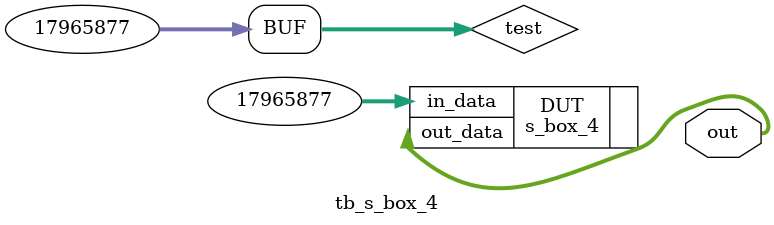
<source format=sv>

module tb_s_box_4(
	//input wire [127:0] test,
	output wire [31:0] out
);
	reg [31:0] test = 128'h01122335;

	s_box_4 DUT (.in_data(test), .out_data(out));
endmodule

</source>
